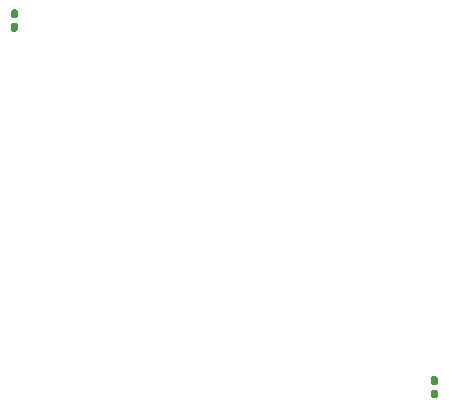
<source format=gbr>
%TF.GenerationSoftware,KiCad,Pcbnew,(5.1.12)-1*%
%TF.CreationDate,2021-11-18T16:19:18+01:00*%
%TF.ProjectId,SC-88VL,53432d38-3856-44c2-9e6b-696361645f70,rev?*%
%TF.SameCoordinates,Original*%
%TF.FileFunction,Paste,Top*%
%TF.FilePolarity,Positive*%
%FSLAX46Y46*%
G04 Gerber Fmt 4.6, Leading zero omitted, Abs format (unit mm)*
G04 Created by KiCad (PCBNEW (5.1.12)-1) date 2021-11-18 16:19:18*
%MOMM*%
%LPD*%
G01*
G04 APERTURE LIST*
G04 APERTURE END LIST*
%TO.C,0.1uf*%
G36*
G01*
X109375000Y-75297500D02*
X109065000Y-75297500D01*
G75*
G02*
X108910000Y-75142500I0J155000D01*
G01*
X108910000Y-74717500D01*
G75*
G02*
X109065000Y-74562500I155000J0D01*
G01*
X109375000Y-74562500D01*
G75*
G02*
X109530000Y-74717500I0J-155000D01*
G01*
X109530000Y-75142500D01*
G75*
G02*
X109375000Y-75297500I-155000J0D01*
G01*
G37*
G36*
G01*
X109375000Y-76432500D02*
X109065000Y-76432500D01*
G75*
G02*
X108910000Y-76277500I0J155000D01*
G01*
X108910000Y-75852500D01*
G75*
G02*
X109065000Y-75697500I155000J0D01*
G01*
X109375000Y-75697500D01*
G75*
G02*
X109530000Y-75852500I0J-155000D01*
G01*
X109530000Y-76277500D01*
G75*
G02*
X109375000Y-76432500I-155000J0D01*
G01*
G37*
%TD*%
%TO.C,0.1uf*%
G36*
G01*
X73815000Y-44250000D02*
X73505000Y-44250000D01*
G75*
G02*
X73350000Y-44095000I0J155000D01*
G01*
X73350000Y-43670000D01*
G75*
G02*
X73505000Y-43515000I155000J0D01*
G01*
X73815000Y-43515000D01*
G75*
G02*
X73970000Y-43670000I0J-155000D01*
G01*
X73970000Y-44095000D01*
G75*
G02*
X73815000Y-44250000I-155000J0D01*
G01*
G37*
G36*
G01*
X73815000Y-45385000D02*
X73505000Y-45385000D01*
G75*
G02*
X73350000Y-45230000I0J155000D01*
G01*
X73350000Y-44805000D01*
G75*
G02*
X73505000Y-44650000I155000J0D01*
G01*
X73815000Y-44650000D01*
G75*
G02*
X73970000Y-44805000I0J-155000D01*
G01*
X73970000Y-45230000D01*
G75*
G02*
X73815000Y-45385000I-155000J0D01*
G01*
G37*
%TD*%
M02*

</source>
